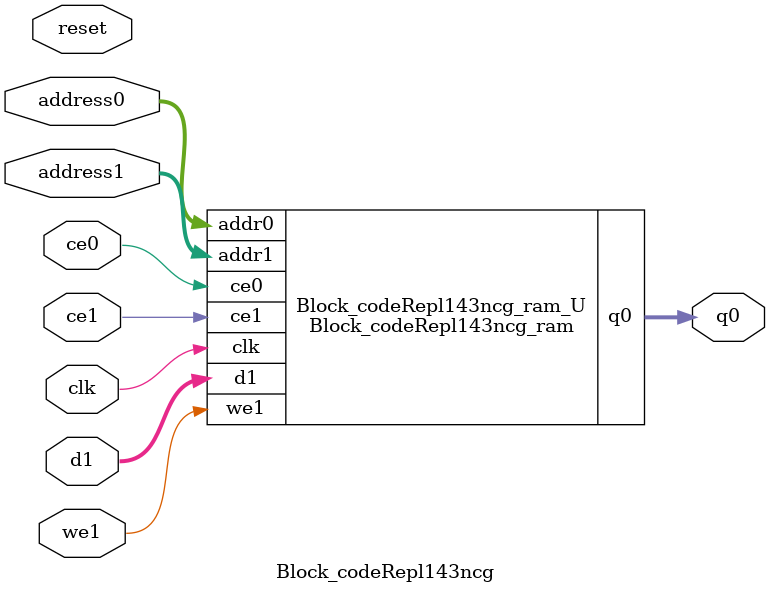
<source format=v>
`timescale 1 ns / 1 ps
module Block_codeRepl143ncg_ram (addr0, ce0, q0, addr1, ce1, d1, we1,  clk);

parameter DWIDTH = 4;
parameter AWIDTH = 12;
parameter MEM_SIZE = 2592;

input[AWIDTH-1:0] addr0;
input ce0;
output reg[DWIDTH-1:0] q0;
input[AWIDTH-1:0] addr1;
input ce1;
input[DWIDTH-1:0] d1;
input we1;
input clk;

(* ram_style = "block" *)reg [DWIDTH-1:0] ram[0:MEM_SIZE-1];




always @(posedge clk)  
begin 
    if (ce0) begin
        q0 <= ram[addr0];
    end
end


always @(posedge clk)  
begin 
    if (ce1) begin
        if (we1) 
            ram[addr1] <= d1; 
    end
end


endmodule

`timescale 1 ns / 1 ps
module Block_codeRepl143ncg(
    reset,
    clk,
    address0,
    ce0,
    q0,
    address1,
    ce1,
    we1,
    d1);

parameter DataWidth = 32'd4;
parameter AddressRange = 32'd2592;
parameter AddressWidth = 32'd12;
input reset;
input clk;
input[AddressWidth - 1:0] address0;
input ce0;
output[DataWidth - 1:0] q0;
input[AddressWidth - 1:0] address1;
input ce1;
input we1;
input[DataWidth - 1:0] d1;



Block_codeRepl143ncg_ram Block_codeRepl143ncg_ram_U(
    .clk( clk ),
    .addr0( address0 ),
    .ce0( ce0 ),
    .q0( q0 ),
    .addr1( address1 ),
    .ce1( ce1 ),
    .we1( we1 ),
    .d1( d1 ));

endmodule


</source>
